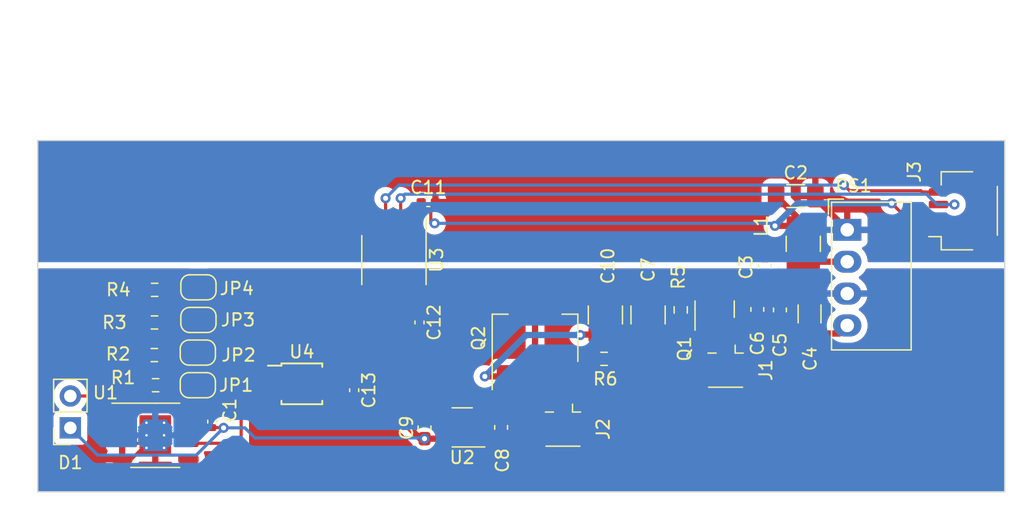
<source format=kicad_pcb>
(kicad_pcb (version 20221018) (generator pcbnew)
  (layers (0 "F.Cu" signal) (31 "B.Cu" signal) (34 "B.Paste" user) (35 "F.Paste" user) (36 "B.SilkS" user "B.Silkscreen") (37 "F.SilkS" user "F.Silkscreen") (38 "B.Mask" user) (39 "F.Mask" user) (44 "Edge.Cuts" user))
  (net 0 "")
  (net 1 "+3.3V")
  (net 2 "GND")
  (net 3 "/uart_power/power_in")
  (net 4 "Net-(D1-A)")
  (net 5 "/uart_power/gnd_in")
  (net 6 "Net-(JP1-B)")
  (net 7 "Net-(PS1-+Vout)")
  (net 8 "Net-(JP1-A)")
  (net 9 "Net-(JP2-A)")
  (net 10 "Net-(JP3-A)")
  (net 11 "Net-(JP4-A)")
  (net 12 "Net-(Q1-B)")
  (net 13 "Net-(J2-In)")
  (net 14 "Net-(Q2-B)")
  (net 15 "Net-(J1-In)")
  (net 16 "Net-(PS1-+Vin)")
  (net 21 "Net-(J3-SDA)")
  (net 22 "Net-(J3-SCL)")
  (net 23 "Net-(U3-SCL2)")
  (net 24 "Net-(U3-SDA2)")
  (footprint "Capacitor_SMD:C_0402_1005Metric" (layer "F.Cu") (at 141.4 62.5 -90)
    (fp_text reference "C12" (at 0 -1.16 90) (layer "F.SilkS"))
    (fp_text value "100nF_0402")
    (fp_line (start -0.107836 -0.36) (end 0.107836 -0.36) (stroke (width 0.12)) (layer "F.SilkS"))
    (fp_line (start -0.107836 0.36) (end 0.107836 0.36) (stroke (width 0.12)) (layer "F.SilkS"))
    (pad "1" smd roundrect (at -0.48 0 270) (size 0.56 0.62) (layers "F.Cu" "F.Paste" "F.Mask") (net 1 "+3.3V"))
    (pad "2" smd roundrect (at 0.48 0 270) (size 0.56 0.62) (layers "F.Cu" "F.Paste" "F.Mask") (net 2 "GND"))
  )
  (footprint "Connector_PinSocket_2.54mm:PinSocket_1x02_P2.54mm_Vertical" (layer "F.Cu") (at 113.6 70.9 180)
    (fp_text reference "D1" (at 0 -2.77) (layer "F.SilkS"))
    (fp_text value "D_Photo_Filled")
    (fp_line (start -1.33 1.27) (end -1.33 3.87) (stroke (width 0.12)) (layer "F.SilkS"))
    (fp_line (start -1.33 1.27) (end 1.33 1.27) (stroke (width 0.12)) (layer "F.SilkS"))
    (fp_line (start -1.33 3.87) (end 1.33 3.87) (stroke (width 0.12)) (layer "F.SilkS"))
    (fp_line (start 0 -1.33) (end 1.33 -1.33) (stroke (width 0.12)) (layer "F.SilkS"))
    (fp_line (start 1.33 -1.33) (end 1.33 0) (stroke (width 0.12)) (layer "F.SilkS"))
    (fp_line (start 1.33 1.27) (end 1.33 3.87) (stroke (width 0.12)) (layer "F.SilkS"))
    (pad "1" thru_hole rect (at 0 0 180) (size 1.7 1.7) (drill 1) (layers "*.Cu" "*.Mask") (net 1 "+3.3V"))
    (pad "2" thru_hole oval (at 0 2.54 180) (size 1.7 1.7) (drill 1) (layers "*.Cu" "*.Mask") (net 4 "Net-(D1-A)"))
  )
  (footprint "Package_TO_SOT_SMD:SOT-23" (layer "F.Cu") (at 164.9 61.4375 90)
    (fp_text reference "Q1" (at -3.1625 -2.4 90) (layer "F.SilkS"))
    (fp_text value "BC847C")
    (fp_line (start 0 -1.56) (end -1.675 -1.56) (stroke (width 0.12)) (layer "F.SilkS"))
    (fp_line (start 0 -1.56) (end 0.65 -1.56) (stroke (width 0.12)) (layer "F.SilkS"))
    (fp_line (start 0 1.56) (end -0.65 1.56) (stroke (width 0.12)) (layer "F.SilkS"))
    (fp_line (start 0 1.56) (end 0.65 1.56) (stroke (width 0.12)) (layer "F.SilkS"))
    (pad "1" smd roundrect (at -0.9375 -0.95 90) (size 1.475 0.6) (layers "F.Cu" "F.Paste" "F.Mask") (net 12 "Net-(Q1-B)"))
    (pad "2" smd roundrect (at -0.9375 0.95 90) (size 1.475 0.6) (layers "F.Cu" "F.Paste" "F.Mask") (net 15 "Net-(J1-In)"))
    (pad "3" smd roundrect (at 0.9375 0 90) (size 1.475 0.6) (layers "F.Cu" "F.Paste" "F.Mask") (net 7 "Net-(PS1-+Vout)"))
  )
  (footprint "Resistor_SMD:R_0603_1608Metric_Pad0.98x0.95mm_HandSolder" (layer "F.Cu") (at 162.2 61.5 -90)
    (fp_text reference "R5" (at -2.6 0.2 90) (layer "F.SilkS"))
    (fp_text value "1K")
    (fp_line (start -0.254724 -0.5225) (end 0.254724 -0.5225) (stroke (width 0.12)) (layer "F.SilkS"))
    (fp_line (start -0.254724 0.5225) (end 0.254724 0.5225) (stroke (width 0.12)) (layer "F.SilkS"))
    (pad "1" smd roundrect (at -0.9125 0 270) (size 0.975 0.95) (layers "F.Cu" "F.Paste" "F.Mask") (net 7 "Net-(PS1-+Vout)"))
    (pad "2" smd roundrect (at 0.9125 0 270) (size 0.975 0.95) (layers "F.Cu" "F.Paste" "F.Mask") (net 12 "Net-(Q1-B)"))
  )
  (footprint "Resistor_SMD:R_0603_1608Metric_Pad0.98x0.95mm_HandSolder" (layer "F.Cu") (at 120.2875 65.1)
    (fp_text reference "R2" (at -2.8875 -0.08) (layer "F.SilkS"))
    (fp_text value "100K")
    (fp_line (start -0.254724 -0.5225) (end 0.254724 -0.5225) (stroke (width 0.12)) (layer "F.SilkS"))
    (fp_line (start -0.254724 0.5225) (end 0.254724 0.5225) (stroke (width 0.12)) (layer "F.SilkS"))
    (pad "1" smd roundrect (at -0.9125 0) (size 0.975 0.95) (layers "F.Cu" "F.Paste" "F.Mask") (net 4 "Net-(D1-A)"))
    (pad "2" smd roundrect (at 0.9125 0) (size 0.975 0.95) (layers "F.Cu" "F.Paste" "F.Mask") (net 9 "Net-(JP2-A)"))
  )
  (footprint "Connector_Coaxial:U.FL_Hirose_U.FL-R-SMT-1_Vertical" (layer "F.Cu") (at 152.825 70.525 -90)
    (fp_text reference "J2" (at 0.475 -3.2 90) (layer "F.SilkS"))
    (fp_text value "Conn_Coaxial")
    (fp_line (start -0.885 -1.4) (end -0.885 -0.76) (stroke (width 0.12)) (layer "F.SilkS"))
    (fp_line (start -0.885 -0.76) (end -1.515 -0.76) (stroke (width 0.12)) (layer "F.SilkS"))
    (fp_line (start -0.885 1.4) (end -0.885 0.76) (stroke (width 0.12)) (layer "F.SilkS"))
    (fp_line (start 1.835 -1.35) (end 1.835 1.35) (stroke (width 0.12)) (layer "F.SilkS"))
    (pad "1" smd rect (at -1.05 0 270) (size 1.05 1) (layers "F.Cu" "F.Paste" "F.Mask") (net 13 "Net-(J2-In)"))
    (pad "2" smd rect (at 0.475 -1.475 270) (size 2.2 1.05) (layers "F.Cu" "F.Paste" "F.Mask") (net 2 "GND"))
    (pad "2" smd rect (at 0.475 1.475 270) (size 2.2 1.05) (layers "F.Cu" "F.Paste" "F.Mask") (net 2 "GND"))
  )
  (footprint "Jumper:SolderJumper-2_P1.3mm_Open_RoundedPad1.0x1.5mm" (layer "F.Cu") (at 123.8 62.3)
    (fp_text reference "JP3" (at 3.15 0) (layer "F.SilkS"))
    (fp_text value "Jumper_2_Open")
    (fp_line (start -1.4 0.3) (end -1.4 -0.3) (stroke (width 0.12)) (layer "F.SilkS"))
    (fp_line (start -0.7 -1) (end 0.7 -1) (stroke (width 0.12)) (layer "F.SilkS"))
    (fp_line (start 0.7 1) (end -0.7 1) (stroke (width 0.12)) (layer "F.SilkS"))
    (fp_line (start 1.4 -0.3) (end 1.4 0.3) (stroke (width 0.12)) (layer "F.SilkS"))
    (fp_arc (start -1.4 -0.3) (mid -1.194975 -0.794975) (end -0.7 -1) (stroke (width 0.12)) (layer "F.SilkS"))
    (fp_arc (start -0.7 1) (mid -1.194975 0.794975) (end -1.4 0.3) (stroke (width 0.12)) (layer "F.SilkS"))
    (fp_arc (start 0.7 -1) (mid 1.194975 -0.794975) (end 1.4 -0.3) (stroke (width 0.12)) (layer "F.SilkS"))
    (fp_arc (start 1.4 0.3) (mid 1.194975 0.794975) (end 0.7 1) (stroke (width 0.12)) (layer "F.SilkS"))
    (pad "1" smd custom (at -0.65 0) (size 1 0.5) (layers "F.Cu" "F.Mask") (net 10 "Net-(JP3-A)") (options (clearance outline) (anchor rect)) (primitives (gr_circle (center 0 0.25) (end 0.5 0.25) (width 0) (fill yes)) (gr_circle (center 0 -0.25) (end 0.5 -0.25) (width 0) (fill yes)) (gr_poly (pts (xy 0.5 0.75) (xy 0 0.75) (xy 0 -0.75) (xy 0.5 -0.75)) (width 0) (fill yes))))
    (pad "2" smd custom (at 0.65 0) (size 1 0.5) (layers "F.Cu" "F.Mask") (net 6 "Net-(JP1-B)") (options (clearance outline) (anchor rect)) (primitives (gr_circle (center 0 0.25) (end 0.5 0.25) (width 0) (fill yes)) (gr_circle (center 0 -0.25) (end 0.5 -0.25) (width 0) (fill yes)) (gr_poly (pts (xy 0 0.75) (xy -0.5 0.75) (xy -0.5 -0.75) (xy 0 -0.75)) (width 0) (fill yes))))
  )
  (footprint "Inductor_SMD:L_1210_3225Metric_Pad1.42x2.65mm_HandSolder" (layer "F.Cu") (at 171.9575 56.23 90)
    (fp_text reference "L1" (at 1.43 -3.3575 90) (layer "F.SilkS"))
    (fp_text value "6.8uH")
    (fp_line (start -0.602064 -1.36) (end 0.602064 -1.36) (stroke (width 0.12)) (layer "F.SilkS"))
    (fp_line (start -0.602064 1.36) (end 0.602064 1.36) (stroke (width 0.12)) (layer "F.SilkS"))
    (pad "1" smd roundrect (at -1.4875 0 90) (size 1.425 2.65) (layers "F.Cu" "F.Paste" "F.Mask") (roundrect_rratio 0.1754392982) (net 16 "Net-(PS1-+Vin)"))
    (pad "2" smd roundrect (at 1.4875 0 90) (size 1.425 2.65) (layers "F.Cu" "F.Paste" "F.Mask") (roundrect_rratio 0.1754392982) (net 3 "/uart_power/power_in"))
  )
  (footprint "Package_TO_SOT_SMD:SOT-223-3_TabPin2" (layer "F.Cu") (at 150.6 63.75 90)
    (fp_text reference "Q2" (at 0 -4.5 90) (layer "F.SilkS"))
    (fp_text value "FZT851TA")
    (fp_line (start -4.1 -3.41) (end 1.91 -3.41) (stroke (width 0.12)) (layer "F.SilkS"))
    (fp_line (start -1.85 3.41) (end 1.91 3.41) (stroke (width 0.12)) (layer "F.SilkS"))
    (fp_line (start 1.91 -3.41) (end 1.91 -2.15) (stroke (width 0.12)) (layer "F.SilkS"))
    (fp_line (start 1.91 3.41) (end 1.91 2.15) (stroke (width 0.12)) (layer "F.SilkS"))
    (pad "1" smd rect (at -3.15 -2.3 90) (size 2 1.5) (layers "F.Cu" "F.Paste" "F.Mask") (net 14 "Net-(Q2-B)"))
    (pad "2" smd rect (at -3.15 0 90) (size 2 1.5) (layers "F.Cu" "F.Paste" "F.Mask") (net 15 "Net-(J1-In)"))
    (pad "2" smd rect (at 3.15 0 90) (size 2 3.8) (layers "F.Cu" "F.Paste" "F.Mask") (net 15 "Net-(J1-In)"))
    (pad "3" smd rect (at -3.15 2.3 90) (size 2 1.5) (layers "F.Cu" "F.Paste" "F.Mask") (net 13 "Net-(J2-In)"))
  )
  (footprint "Capacitor_SMD:C_1210_3225Metric_Pad1.33x2.70mm_HandSolder" (layer "F.Cu") (at 159.6 61.9 90)
    (fp_text reference "C7" (at 3.6 0 90) (layer "F.SilkS"))
    (fp_text value "47uF")
    (fp_line (start -0.711252 -1.36) (end 0.711252 -1.36) (stroke (width 0.12)) (layer "F.SilkS"))
    (fp_line (start -0.711252 1.36) (end 0.711252 1.36) (stroke (width 0.12)) (layer "F.SilkS"))
    (pad "1" smd roundrect (at -1.5625 0 90) (size 1.325 2.7) (layers "F.Cu" "F.Paste" "F.Mask") (roundrect_rratio 0.1886792453) (net 12 "Net-(Q1-B)"))
    (pad "2" smd roundrect (at 1.5625 0 90) (size 1.325 2.7) (layers "F.Cu" "F.Paste" "F.Mask") (roundrect_rratio 0.1886792453) (net 2 "GND"))
  )
  (footprint "Jumper:SolderJumper-2_P1.3mm_Open_RoundedPad1.0x1.5mm" (layer "F.Cu") (at 123.75 64.9)
    (fp_text reference "JP2" (at 3.25 0.2) (layer "F.SilkS"))
    (fp_text value "Jumper_2_Open")
    (fp_line (start -1.4 0.3) (end -1.4 -0.3) (stroke (width 0.12)) (layer "F.SilkS"))
    (fp_line (start -0.7 -1) (end 0.7 -1) (stroke (width 0.12)) (layer "F.SilkS"))
    (fp_line (start 0.7 1) (end -0.7 1) (stroke (width 0.12)) (layer "F.SilkS"))
    (fp_line (start 1.4 -0.3) (end 1.4 0.3) (stroke (width 0.12)) (layer "F.SilkS"))
    (fp_arc (start -1.4 -0.3) (mid -1.194975 -0.794975) (end -0.7 -1) (stroke (width 0.12)) (layer "F.SilkS"))
    (fp_arc (start -0.7 1) (mid -1.194975 0.794975) (end -1.4 0.3) (stroke (width 0.12)) (layer "F.SilkS"))
    (fp_arc (start 0.7 -1) (mid 1.194975 -0.794975) (end 1.4 -0.3) (stroke (width 0.12)) (layer "F.SilkS"))
    (fp_arc (start 1.4 0.3) (mid 1.194975 0.794975) (end 0.7 1) (stroke (width 0.12)) (layer "F.SilkS"))
    (pad "1" smd custom (at -0.65 0) (size 1 0.5) (layers "F.Cu" "F.Mask") (net 9 "Net-(JP2-A)") (options (clearance outline) (anchor rect)) (primitives (gr_circle (center 0 0.25) (end 0.5 0.25) (width 0) (fill yes)) (gr_circle (center 0 -0.25) (end 0.5 -0.25) (width 0) (fill yes)) (gr_poly (pts (xy 0.5 0.75) (xy 0 0.75) (xy 0 -0.75) (xy 0.5 -0.75)) (width 0) (fill yes))))
    (pad "2" smd custom (at 0.65 0) (size 1 0.5) (layers "F.Cu" "F.Mask") (net 6 "Net-(JP1-B)") (options (clearance outline) (anchor rect)) (primitives (gr_circle (center 0 0.25) (end 0.5 0.25) (width 0) (fill yes)) (gr_circle (center 0 -0.25) (end 0.5 -0.25) (width 0) (fill yes)) (gr_poly (pts (xy 0 0.75) (xy -0.5 0.75) (xy -0.5 -0.75) (xy 0 -0.75)) (width 0) (fill yes))))
  )
  (footprint "Jumper:SolderJumper-2_P1.3mm_Open_RoundedPad1.0x1.5mm" (layer "F.Cu") (at 123.75 67.5)
    (fp_text reference "JP1" (at 3.05 0) (layer "F.SilkS"))
    (fp_text value "Jumper_2_Open")
    (fp_line (start -1.4 0.3) (end -1.4 -0.3) (stroke (width 0.12)) (layer "F.SilkS"))
    (fp_line (start -0.7 -1) (end 0.7 -1) (stroke (width 0.12)) (layer "F.SilkS"))
    (fp_line (start 0.7 1) (end -0.7 1) (stroke (width 0.12)) (layer "F.SilkS"))
    (fp_line (start 1.4 -0.3) (end 1.4 0.3) (stroke (width 0.12)) (layer "F.SilkS"))
    (fp_arc (start -1.4 -0.3) (mid -1.194975 -0.794975) (end -0.7 -1) (stroke (width 0.12)) (layer "F.SilkS"))
    (fp_arc (start -0.7 1) (mid -1.194975 0.794975) (end -1.4 0.3) (stroke (width 0.12)) (layer "F.SilkS"))
    (fp_arc (start 0.7 -1) (mid 1.194975 -0.794975) (end 1.4 -0.3) (stroke (width 0.12)) (layer "F.SilkS"))
    (fp_arc (start 1.4 0.3) (mid 1.194975 0.794975) (end 0.7 1) (stroke (width 0.12)) (layer "F.SilkS"))
    (pad "1" smd custom (at -0.65 0) (size 1 0.5) (layers "F.Cu" "F.Mask") (net 8 "Net-(JP1-A)") (options (clearance outline) (anchor rect)) (primitives (gr_circle (center 0 0.25) (end 0.5 0.25) (width 0) (fill yes)) (gr_circle (center 0 -0.25) (end 0.5 -0.25) (width 0) (fill yes)) (gr_poly (pts (xy 0.5 0.75) (xy 0 0.75) (xy 0 -0.75) (xy 0.5 -0.75)) (width 0) (fill yes))))
    (pad "2" smd custom (at 0.65 0) (size 1 0.5) (layers "F.Cu" "F.Mask") (net 6 "Net-(JP1-B)") (options (clearance outline) (anchor rect)) (primitives (gr_circle (center 0 0.25) (end 0.5 0.25) (width 0) (fill yes)) (gr_circle (center 0 -0.25) (end 0.5 -0.25) (width 0) (fill yes)) (gr_poly (pts (xy 0 0.75) (xy -0.5 0.75) (xy -0.5 -0.75) (xy 0 -0.75)) (width 0) (fill yes))))
  )
  (footprint "Capacitor_SMD:C_0402_1005Metric_Pad0.74x0.62mm_HandSolder" (layer "F.Cu") (at 142.1 52.9)
    (fp_text reference "C11" (at 0 -1.16) (layer "F.SilkS"))
    (fp_text value "100nF_0402")
    (fp_line (start -0.115835 -0.36) (end 0.115835 -0.36) (stroke (width 0.12)) (layer "F.SilkS"))
    (fp_line (start -0.115835 0.36) (end 0.115835 0.36) (stroke (width 0.12)) (layer "F.SilkS"))
    (pad "1" smd roundrect (at -0.5675 0) (size 0.735 0.62) (layers "F.Cu" "F.Paste" "F.Mask") (net 3 "/uart_power/power_in"))
    (pad "2" smd roundrect (at 0.5675 0) (size 0.735 0.62) (layers "F.Cu" "F.Paste" "F.Mask") (net 5 "/uart_power/gnd_in"))
  )
  (footprint "Connector_JST:JST_SH_SM04B-SRSS-TB_1x04-1MP_P1.00mm_Horizontal" (layer "F.Cu") (at 184.725 53.6 90)
    (fp_text reference "J3" (at 3.1 -3.925 90) (layer "F.SilkS"))
    (fp_text value "JST_SH_Conn_01x04_i2c_horizontal")
    (fp_line (start -3.11 -1.785) (end -2.06 -1.785) (stroke (width 0.12)) (layer "F.SilkS"))
    (fp_line (start -3.11 0.715) (end -3.11 -1.785) (stroke (width 0.12)) (layer "F.SilkS"))
    (fp_line (start -2.06 -1.785) (end -2.06 -2.775) (stroke (width 0.12)) (layer "F.SilkS"))
    (fp_line (start -1.94 2.685) (end 1.94 2.685) (stroke (width 0.12)) (layer "F.SilkS"))
    (fp_line (start 3.11 -1.785) (end 2.06 -1.785) (stroke (width 0.12)) (layer "F.SilkS"))
    (fp_line (start 3.11 0.715) (end 3.11 -1.785) (stroke (width 0.12)) (layer "F.SilkS"))
    (pad "1" smd roundrect (at -1.5 -2 90) (size 0.6 1.55) (layers "F.Cu" "F.Paste" "F.Mask") (net 5 "/uart_power/gnd_in"))
    (pad "2" smd roundrect (at -0.5 -2 90) (size 0.6 1.55) (layers "F.Cu" "F.Paste" "F.Mask") (net 3 "/uart_power/power_in"))
    (pad "3" smd roundrect (at 0.5 -2 90) (size 0.6 1.55) (layers "F.Cu" "F.Paste" "F.Mask") (net 21 "Net-(J3-SDA)"))
    (pad "4" smd roundrect (at 1.5 -2 90) (size 0.6 1.55) (layers "F.Cu" "F.Paste" "F.Mask") (net 22 "Net-(J3-SCL)"))
    (pad "MP" smd roundrect (at -2.8 1.875 90) (size 1.2 1.8) (layers "F.Cu" "F.Paste" "F.Mask") (roundrect_rratio 0.2083333333))
    (pad "MP" smd roundrect (at 2.8 1.875 90) (size 1.2 1.8) (layers "F.Cu" "F.Paste" "F.Mask") (roundrect_rratio 0.2083333333))
  )
  (footprint "Package_SO:SOIC-8-1EP_3.9x4.9mm_P1.27mm_EP2.514x3.2mm_ThermalVias" (layer "F.Cu") (at 120.3625 71.495)
    (fp_text reference "U1" (at -3.9625 -3.395) (layer "F.SilkS"))
    (fp_text value "OPA828IDR")
    (fp_line (start 0 -2.56) (end -3.45 -2.56) (stroke (width 0.12)) (layer "F.SilkS"))
    (fp_line (start 0 -2.56) (end 1.95 -2.56) (stroke (width 0.12)) (layer "F.SilkS"))
    (fp_line (start 0 2.56) (end -1.95 2.56) (stroke (width 0.12)) (layer "F.SilkS"))
    (fp_line (start 0 2.56) (end 1.95 2.56) (stroke (width 0.12)) (layer "F.SilkS"))
    (pad "1" smd roundrect (at -2.6375 -1.905) (size 1.625 0.6) (layers "F.Cu" "F.Paste" "F.Mask"))
    (pad "2" smd roundrect (at -2.6375 -0.635) (size 1.625 0.6) (layers "F.Cu" "F.Paste" "F.Mask") (net 4 "Net-(D1-A)"))
    (pad "3" smd roundrect (at -2.6375 0.635) (size 1.625 0.6) (layers "F.Cu" "F.Paste" "F.Mask") (net 2 "GND"))
    (pad "4" smd roundrect (at -2.6375 1.905) (size 1.625 0.6) (layers "F.Cu" "F.Paste" "F.Mask") (net 2 "GND"))
    (pad "5" smd roundrect (at 2.6375 1.905) (size 1.625 0.6) (layers "F.Cu" "F.Paste" "F.Mask"))
    (pad "6" smd roundrect (at 2.6375 0.635) (size 1.625 0.6) (layers "F.Cu" "F.Paste" "F.Mask") (net 6 "Net-(JP1-B)"))
    (pad "7" smd roundrect (at 2.6375 -0.635) (size 1.625 0.6) (layers "F.Cu" "F.Paste" "F.Mask") (net 1 "+3.3V"))
    (pad "8" smd roundrect (at 2.6375 -1.905) (size 1.625 0.6) (layers "F.Cu" "F.Paste" "F.Mask"))
    (pad "9" thru_hole circle (at -0.7 -1) (size 0.5 0.5) (drill 0.2) (layers "*.Cu") (net 2 "GND"))
    (pad "9" thru_hole circle (at -0.7 0) (size 0.5 0.5) (drill 0.2) (layers "*.Cu") (net 2 "GND"))
    (pad "9" thru_hole circle (at -0.7 1) (size 0.5 0.5) (drill 0.2) (layers "*.Cu") (net 2 "GND"))
    (pad "9" smd rect (at 0 0) (size 1.9 2.5) (layers "B.Cu") (net 2 "GND"))
    (pad "9" smd rect (at 0 0) (size 2.514 3.2) (layers "F.Cu" "F.Mask") (net 2 "GND"))
    (pad "9" thru_hole circle (at 0.7 -1) (size 0.5 0.5) (drill 0.2) (layers "*.Cu") (net 2 "GND"))
    (pad "9" thru_hole circle (at 0.7 0) (size 0.5 0.5) (drill 0.2) (layers "*.Cu") (net 2 "GND"))
    (pad "9" thru_hole circle (at 0.7 1) (size 0.5 0.5) (drill 0.2) (layers "*.Cu") (net 2 "GND"))
  )
  (footprint "Capacitor_SMD:C_0603_1608Metric_Pad1.08x0.95mm_HandSolder" (layer "F.Cu") (at 170.1 61.5 -90)
    (fp_text reference "C5" (at 2.8 0 90) (layer "F.SilkS"))
    (fp_text value "100nF")
    (fp_line (start -0.146267 -0.51) (end 0.146267 -0.51) (stroke (width 0.12)) (layer "F.SilkS"))
    (fp_line (start -0.146267 0.51) (end 0.146267 0.51) (stroke (width 0.12)) (layer "F.SilkS"))
    (pad "1" smd roundrect (at -0.8625 0 270) (size 1.075 0.95) (layers "F.Cu" "F.Paste" "F.Mask") (net 2 "GND"))
    (pad "2" smd roundrect (at 0.8625 0 270) (size 1.075 0.95) (layers "F.Cu" "F.Paste" "F.Mask") (net 7 "Net-(PS1-+Vout)"))
  )
  (footprint "Converter_DCDC:Converter_DCDC_Murata_MEE1SxxxxSC_THT" (layer "F.Cu") (at 175.4575 55.1175)
    (fp_text reference "PS1" (at 0.5 -3.5) (layer "F.SilkS"))
    (fp_text value "B0305S")
    (fp_line (start -1.5 -2.45) (end -1.5 -1.25) (stroke (width 0.12)) (layer "F.SilkS"))
    (fp_line (start -1.25 -2.2) (end -1.25 9.57) (stroke (width 0.12)) (layer "F.SilkS"))
    (fp_line (start -0.3 -2.45) (end -1.5 -2.45) (stroke (width 0.12)) (layer "F.SilkS"))
    (fp_line (start 5.09 -2.2) (end -1.25 -2.2) (stroke (width 0.12)) (layer "F.SilkS"))
    (fp_line (start 5.09 -2.2) (end 5.09 9.57) (stroke (width 0.12)) (layer "F.SilkS"))
    (fp_line (start 5.09 9.57) (end -1.25 9.57) (stroke (width 0.12)) (layer "F.SilkS"))
    (pad "1" thru_hole rect (at 0 0 270) (size 1.75 2.25) (drill 1.075) (layers "*.Cu" "*.Mask") (net 5 "/uart_power/gnd_in"))
    (pad "2" thru_hole oval (at 0 2.54 270) (size 1.75 2.25) (drill 1.075) (layers "*.Cu" "*.Mask") (net 16 "Net-(PS1-+Vin)"))
    (pad "3" thru_hole oval (at 0 5.08 270) (size 1.75 2.25) (drill 1.075) (layers "*.Cu" "*.Mask") (net 2 "GND"))
    (pad "4" thru_hole oval (at 0 7.62 270) (size 1.75 2.25) (drill 1.075) (layers "*.Cu" "*.Mask") (net 7 "Net-(PS1-+Vout)"))
  )
  (footprint "Capacitor_SMD:C_0603_1608Metric_Pad1.08x0.95mm_HandSolder" (layer "F.Cu") (at 141.8 70.9 90)
    (fp_text reference "C9" (at 0 -1.43 90) (layer "F.SilkS"))
    (fp_text value "1uF")
    (fp_line (start -0.146267 -0.51) (end 0.146267 -0.51) (stroke (width 0.12)) (layer "F.SilkS"))
    (fp_line (start -0.146267 0.51) (end 0.146267 0.51) (stroke (width 0.12)) (layer "F.SilkS"))
    (pad "1" smd roundrect (at -0.8625 0 90) (size 1.075 0.95) (layers "F.Cu" "F.Paste" "F.Mask") (net 1 "+3.3V"))
    (pad "2" smd roundrect (at 0.8625 0 90) (size 1.075 0.95) (layers "F.Cu" "F.Paste" "F.Mask") (net 2 "GND"))
  )
  (footprint "Capacitor_SMD:C_0603_1608Metric_Pad1.08x0.95mm_HandSolder" (layer "F.Cu") (at 147.9 70.8625 90)
    (fp_text reference "C8" (at -2.6375 0.1 90) (layer "F.SilkS"))
    (fp_text value "1uF")
    (fp_line (start -0.146267 -0.51) (end 0.146267 -0.51) (stroke (width 0.12)) (layer "F.SilkS"))
    (fp_line (start -0.146267 0.51) (end 0.146267 0.51) (stroke (width 0.12)) (layer "F.SilkS"))
    (pad "1" smd roundrect (at -0.8625 0 90) (size 1.075 0.95) (layers "F.Cu" "F.Paste" "F.Mask") (net 13 "Net-(J2-In)"))
    (pad "2" smd roundrect (at 0.8625 0 90) (size 1.075 0.95) (layers "F.Cu" "F.Paste" "F.Mask") (net 2 "GND"))
  )
  (footprint "Capacitor_SMD:C_0402_1005Metric" (layer "F.Cu") (at 124.9 70.4 90)
    (fp_text reference "C1" (at 0.9 1.4 90) (layer "F.SilkS"))
    (fp_text value "100nF_0402")
    (fp_line (start -0.107836 -0.36) (end 0.107836 -0.36) (stroke (width 0.12)) (layer "F.SilkS"))
    (fp_line (start -0.107836 0.36) (end 0.107836 0.36) (stroke (width 0.12)) (layer "F.SilkS"))
    (pad "1" smd roundrect (at -0.48 0 90) (size 0.56 0.62) (layers "F.Cu" "F.Paste" "F.Mask") (net 1 "+3.3V"))
    (pad "2" smd roundrect (at 0.48 0 90) (size 0.56 0.62) (layers "F.Cu" "F.Paste" "F.Mask") (net 2 "GND"))
  )
  (footprint "Resistor_SMD:R_0603_1608Metric_Pad0.98x0.95mm_HandSolder" (layer "F.Cu") (at 120.3 62.5)
    (fp_text reference "R3" (at -3.1875 0.01) (layer "F.SilkS"))
    (fp_text value "10K")
    (fp_line (start -0.254724 -0.5225) (end 0.254724 -0.5225) (stroke (width 0.12)) (layer "F.SilkS"))
    (fp_line (start -0.254724 0.5225) (end 0.254724 0.5225) (stroke (width 0.12)) (layer "F.SilkS"))
    (pad "1" smd roundrect (at -0.9125 0) (size 0.975 0.95) (layers "F.Cu" "F.Paste" "F.Mask") (net 4 "Net-(D1-A)"))
    (pad "2" smd roundrect (at 0.9125 0) (size 0.975 0.95) (layers "F.Cu" "F.Paste" "F.Mask") (net 10 "Net-(JP3-A)"))
  )
  (footprint "Capacitor_SMD:C_0402_1005Metric" (layer "F.Cu") (at 136.2 67.9 -90)
    (fp_text reference "C13" (at 0 -1.16 90) (layer "F.SilkS"))
    (fp_text value "100nF_0402")
    (fp_line (start -0.107836 -0.36) (end 0.107836 -0.36) (stroke (width 0.12)) (layer "F.SilkS"))
    (fp_line (start -0.107836 0.36) (end 0.107836 0.36) (stroke (width 0.12)) (layer "F.SilkS"))
    (pad "1" smd roundrect (at -0.48 0 270) (size 0.56 0.62) (layers "F.Cu" "F.Paste" "F.Mask") (net 1 "+3.3V"))
    (pad "2" smd roundrect (at 0.48 0 270) (size 0.56 0.62) (layers "F.Cu" "F.Paste" "F.Mask") (net 2 "GND"))
  )
  (footprint "Package_TO_SOT_SMD:SOT-23-5" (layer "F.Cu") (at 144.8 70.8625 180)
    (fp_text reference "U2" (at 0 -2.4) (layer "F.SilkS"))
    (fp_text value "LP5907MFX-3.3")
    (fp_line (start 0 -1.56) (end -1.8 -1.56) (stroke (width 0.12)) (layer "F.SilkS"))
    (fp_line (start 0 -1.56) (end 0.8 -1.56) (stroke (width 0.12)) (layer "F.SilkS"))
    (fp_line (start 0 1.56) (end -0.8 1.56) (stroke (width 0.12)) (layer "F.SilkS"))
    (fp_line (start 0 1.56) (end 0.8 1.56) (stroke (width 0.12)) (layer "F.SilkS"))
    (pad "1" smd roundrect (at -1.1375 -0.95 180) (size 1.325 0.6) (layers "F.Cu" "F.Paste" "F.Mask") (net 13 "Net-(J2-In)"))
    (pad "2" smd roundrect (at -1.1375 0 180) (size 1.325 0.6) (layers "F.Cu" "F.Paste" "F.Mask") (net 2 "GND"))
    (pad "3" smd roundrect (at -1.1375 0.95 180) (size 1.325 0.6) (layers "F.Cu" "F.Paste" "F.Mask") (net 13 "Net-(J2-In)"))
    (pad "4" smd roundrect (at 1.1375 0.95 180) (size 1.325 0.6) (layers "F.Cu" "F.Paste" "F.Mask"))
    (pad "5" smd roundrect (at 1.1375 -0.95 180) (size 1.325 0.6) (layers "F.Cu" "F.Paste" "F.Mask") (net 1 "+3.3V"))
  )
  (footprint "Connector_Coaxial:U.FL_Hirose_U.FL-R-SMT-1_Vertical" (layer "F.Cu") (at 165.775 65.825 -90)
    (fp_text reference "J1" (at 0.475 -3.2 90) (layer "F.SilkS"))
    (fp_text value "Conn_Coaxial")
    (fp_line (start -0.885 -1.4) (end -0.885 -0.76) (stroke (width 0.12)) (layer "F.SilkS"))
    (fp_line (start -0.885 -0.76) (end -1.515 -0.76) (stroke (width 0.12)) (layer "F.SilkS"))
    (fp_line (start -0.885 1.4) (end -0.885 0.76) (stroke (width 0.12)) (layer "F.SilkS"))
    (fp_line (start 1.835 -1.35) (end 1.835 1.35) (stroke (width 0.12)) (layer "F.SilkS"))
    (pad "1" smd rect (at -1.05 0 270) (size 1.05 1) (layers "F.Cu" "F.Paste" "F.Mask") (net 15 "Net-(J1-In)"))
    (pad "2" smd rect (at 0.475 -1.475 270) (size 2.2 1.05) (layers "F.Cu" "F.Paste" "F.Mask") (net 2 "GND"))
    (pad "2" smd rect (at 0.475 1.475 270) (size 2.2 1.05) (layers "F.Cu" "F.Paste" "F.Mask") (net 2 "GND"))
  )
  (footprint "Capacitor_SMD:C_0603_1608Metric_Pad1.08x0.95mm_HandSolder" (layer "F.Cu") (at 168.3 61.4625 -90)
    (fp_text reference "C6" (at 2.7 0 90) (layer "F.SilkS"))
    (fp_text value "10nF")
    (fp_line (start -0.146267 -0.51) (end 0.146267 -0.51) (stroke (width 0.12)) (layer "F.SilkS"))
    (fp_line (start -0.146267 0.51) (end 0.146267 0.51) (stroke (width 0.12)) (layer "F.SilkS"))
    (pad "1" smd roundrect (at -0.8625 0 270) (size 1.075 0.95) (layers "F.Cu" "F.Paste" "F.Mask") (net 2 "GND"))
    (pad "2" smd roundrect (at 0.8625 0 270) (size 1.075 0.95) (layers "F.Cu" "F.Paste" "F.Mask") (net 7 "Net-(PS1-+Vout)"))
  )
  (footprint "Capacitor_SMD:C_1206_3216Metric_Pad1.33x1.80mm_HandSolder" (layer "F.Cu") (at 171.3575 52.43)
    (fp_text reference "C2" (at 0 -1.85) (layer "F.SilkS"))
    (fp_text value "4.7uF_1206_50V")
    (fp_line (start -0.711252 -0.91) (end 0.711252 -0.91) (stroke (width 0.12)) (layer "F.SilkS"))
    (fp_line (start -0.711252 0.91) (end 0.711252 0.91) (stroke (width 0.12)) (layer "F.SilkS"))
    (pad "1" smd roundrect (at -1.5625 0) (size 1.325 1.8) (layers "F.Cu" "F.Paste" "F.Mask") (roundrect_rratio 0.1886792453) (net 3 "/uart_power/power_in"))
    (pad "2" smd roundrect (at 1.5625 0) (size 1.325 1.8) (layers "F.Cu" "F.Paste" "F.Mask") (roundrect_rratio 0.1886792453) (net 5 "/uart_power/gnd_in"))
  )
  (footprint "Resistor_SMD:R_0603_1608Metric_Pad0.98x0.95mm_HandSolder" (layer "F.Cu") (at 120.3875 67.5)
    (fp_text reference "R1" (at -2.5875 -0.6) (layer "F.SilkS"))
    (fp_text value "100K")
    (fp_line (start -0.254724 -0.5225) (end 0.254724 -0.5225) (stroke (width 0.12)) (layer "F.SilkS"))
    (fp_line (start -0.254724 0.5225) (end 0.254724 0.5225) (stroke (width 0.12)) (layer "F.SilkS"))
    (pad "1" smd roundrect (at -0.9125 0) (size 0.975 0.95) (layers "F.Cu" "F.Paste" "F.Mask") (net 4 "Net-(D1-A)"))
    (pad "2" smd roundrect (at 0.9125 0) (size 0.975 0.95) (layers "F.Cu" "F.Paste" "F.Mask") (net 8 "Net-(JP1-A)"))
  )
  (footprint "Resistor_SMD:R_0603_1608Metric_Pad0.98x0.95mm_HandSolder" (layer "F.Cu") (at 120.3125 59.9)
    (fp_text reference "R4" (at -2.8875 0) (layer "F.SilkS"))
    (fp_text value "10K")
    (fp_line (start -0.254724 -0.5225) (end 0.254724 -0.5225) (stroke (width 0.12)) (layer "F.SilkS"))
    (fp_line (start -0.254724 0.5225) (end 0.254724 0.5225) (stroke (width 0.12)) (layer "F.SilkS"))
    (pad "1" smd roundrect (at -0.9125 0) (size 0.975 0.95) (layers "F.Cu" "F.Paste" "F.Mask") (net 4 "Net-(D1-A)"))
    (pad "2" smd roundrect (at 0.9125 0) (size 0.975 0.95) (layers "F.Cu" "F.Paste" "F.Mask") (net 11 "Net-(JP4-A)"))
  )
  (footprint "Package_SO:SOIC-8_3.9x4.9mm_P1.27mm" (layer "F.Cu") (at 139.365 57.525 -90)
    (fp_text reference "U3" (at 0 -3.4 90) (layer "F.SilkS"))
    (fp_text value "ISO1541")
    (fp_line (start 0 -2.56) (end -3.45 -2.56) (stroke (width 0.12)) (layer "F.SilkS"))
    (fp_line (start 0 -2.56) (end 1.95 -2.56) (stroke (width 0.12)) (layer "F.SilkS"))
    (fp_line (start 0 2.56) (end -1.95 2.56) (stroke (width 0.12)) (layer "F.SilkS"))
    (fp_line (start 0 2.56) (end 1.95 2.56) (stroke (width 0.12)) (layer "F.SilkS"))
    (pad "1" smd roundrect (at -2.475 -1.905 270) (size 1.95 0.6) (layers "F.Cu" "F.Paste" "F.Mask") (net 3 "/uart_power/power_in"))
    (pad "2" smd roundrect (at -2.475 -0.635 270) (size 1.95 0.6) (layers "F.Cu" "F.Paste" "F.Mask") (net 21 "Net-(J3-SDA)"))
    (pad "3" smd roundrect (at -2.475 0.635 270) (size 1.95 0.6) (layers "F.Cu" "F.Paste" "F.Mask") (net 22 "Net-(J3-SCL)"))
    (pad "4" smd roundrect (at -2.475 1.905 270) (size 1.95 0.6) (layers "F.Cu" "F.Paste" "F.Mask") (net 5 "/uart_power/gnd_in"))
    (pad "5" smd roundrect (at 2.475 1.905 270) (size 1.95 0.6) (layers "F.Cu" "F.Paste" "F.Mask") (net 2 "GND"))
    (pad "6" smd roundrect (at 2.475 0.635 270) (size 1.95 0.6) (layers "F.Cu" "F.Paste" "F.Mask") (net 23 "Net-(U3-SCL2)"))
    (pad "7" smd roundrect (at 2.475 -0.635 270) (size 1.95 0.6) (layers "F.Cu" "F.Paste" "F.Mask") (net 24 "Net-(U3-SDA2)"))
    (pad "8" smd roundrect (at 2.475 -1.905 270) (size 1.95 0.6) (layers "F.Cu" "F.Paste" "F.Mask") (net 1 "+3.3V"))
  )
  (footprint "Capacitor_SMD:C_1206_3216Metric_Pad1.33x1.80mm_HandSolder" (layer "F.Cu") (at 172.4575 61.8175 90)
    (fp_text reference "C4" (at -3.5825 0.0425 90) (layer "F.SilkS"))
    (fp_text value "10uF_1206_50V")
    (fp_line (start -0.711252 -0.91) (end 0.711252 -0.91) (stroke (width 0.12)) (layer "F.SilkS"))
    (fp_line (start -0.711252 0.91) (end 0.711252 0.91) (stroke (width 0.12)) (layer "F.SilkS"))
    (pad "1" smd roundrect (at -1.5625 0 90) (size 1.325 1.8) (layers "F.Cu" "F.Paste" "F.Mask") (roundrect_rratio 0.1886792453) (net 7 "Net-(PS1-+Vout)"))
    (pad "2" smd roundrect (at 1.5625 0 90) (size 1.325 1.8) (layers "F.Cu" "F.Paste" "F.Mask") (roundrect_rratio 0.1886792453) (net 2 "GND"))
  )
  (footprint "Capacitor_SMD:C_0603_1608Metric_Pad1.08x0.95mm_HandSolder" (layer "F.Cu") (at 168.9 58.0375 -90)
    (fp_text reference "C3" (at 0.0625 1.5 90) (layer "F.SilkS"))
    (fp_text value "1nF")
    (fp_line (start -0.146267 -0.51) (end 0.146267 -0.51) (stroke (width 0.12)) (layer "F.SilkS"))
    (fp_line (start -0.146267 0.51) (end 0.146267 0.51) (stroke (width 0.12)) (layer "F.SilkS"))
    (pad "1" smd roundrect (at -0.8625 0 270) (size 1.075 0.95) (layers "F.Cu" "F.Paste" "F.Mask") (net 5 "/uart_power/gnd_in"))
    (pad "2" smd roundrect (at 0.8625 0 270) (size 1.075 0.95) (layers "F.Cu" "F.Paste" "F.Mask") (net 2 "GND"))
  )
  (footprint "Package_SO:TSSOP-10_3x3mm_P0.5mm" (layer "F.Cu") (at 132.0325 67.39)
    (fp_text reference "U4" (at 0 -2.55) (layer "F.SilkS"))
    (fp_text value "ADS1115IDGS")
    (fp_line (start -1.625 -1.625) (end -1.625 -1.45) (stroke (width 0.15)) (layer "F.SilkS"))
    (fp_line (start -1.625 -1.625) (end 1.625 -1.625) (stroke (width 0.15)) (layer "F.SilkS"))
    (fp_line (start -1.625 -1.45) (end -2.7 -1.45) (stroke (width 0.15)) (layer "F.SilkS"))
    (fp_line (start -1.625 1.625) (end -1.625 1.35) (stroke (width 0.15)) (layer "F.SilkS"))
    (fp_line (start -1.625 1.625) (end 1.625 1.625) (stroke (width 0.15)) (layer "F.SilkS"))
    (fp_line (start 1.625 -1.625) (end 1.625 -1.35) (stroke (width 0.15)) (layer "F.SilkS"))
    (fp_line (start 1.625 1.625) (end 1.625 1.35) (stroke (width 0.15)) (layer "F.SilkS"))
    (pad "1" smd rect (at -2.15 -1) (size 1.1 0.25) (layers "F.Cu" "F.Paste" "F.Mask") (net 2 "GND"))
    (pad "2" smd rect (at -2.15 -0.5) (size 1.1 0.25) (layers "F.Cu" "F.Paste" "F.Mask"))
    (pad "3" smd rect (at -2.15 0) (size 1.1 0.25) (layers "F.Cu" "F.Paste" "F.Mask") (net 2 "GND"))
    (pad "4" smd rect (at -2.15 0.5) (size 1.1 0.25) (layers "F.Cu" "F.Paste" "F.Mask") (net 6 "Net-(JP1-B)"))
    (pad "5" smd rect (at -2.15 1) (size 1.1 0.25) (layers "F.Cu" "F.Paste" "F.Mask") (net 2 "GND"))
    (pad "6" smd rect (at 2.15 1) (size 1.1 0.25) (layers "F.Cu" "F.Paste" "F.Mask"))
    (pad "7" smd rect (at 2.15 0.5) (size 1.1 0.25) (layers "F.Cu" "F.Paste" "F.Mask"))
    (pad "8" smd rect (at 2.15 0) (size 1.1 0.25) (layers "F.Cu" "F.Paste" "F.Mask") (net 1 "+3.3V"))
    (pad "9" smd rect (at 2.15 -0.5) (size 1.1 0.25) (layers "F.Cu" "F.Paste" "F.Mask") (net 24 "Net-(U3-SDA2)"))
    (pad "10" smd rect (at 2.15 -1) (size 1.1 0.25) (layers "F.Cu" "F.Paste" "F.Mask") (net 23 "Net-(U3-SCL2)"))
  )
  (footprint "Capacitor_SMD:C_1210_3225Metric_Pad1.33x2.70mm_HandSolder" (layer "F.Cu") (at 156.2 61.9 90)
    (fp_text reference "C10" (at 3.9 0.2 90) (layer "F.SilkS"))
    (fp_text value "47uF")
    (fp_line (start -0.711252 -1.36) (end 0.711252 -1.36) (stroke (width 0.12)) (layer "F.SilkS"))
    (fp_line (start -0.711252 1.36) (end 0.711252 1.36) (stroke (width 0.12)) (layer "F.SilkS"))
    (pad "1" smd roundrect (at -1.5625 0 90) (size 1.325 2.7) (layers "F.Cu" "F.Paste" "F.Mask") (roundrect_rratio 0.1886792453) (net 14 "Net-(Q2-B)"))
    (pad "2" smd roundrect (at 1.5625 0 90) (size 1.325 2.7) (layers "F.Cu" "F.Paste" "F.Mask") (roundrect_rratio 0.1886792453) (net 2 "GND"))
  )
  (footprint "Jumper:SolderJumper-2_P1.3mm_Open_RoundedPad1.0x1.5mm" (layer "F.Cu") (at 123.8 59.7)
    (fp_text reference "JP4" (at 3.05 0.1) (layer "F.SilkS"))
    (fp_text value "Jumper_2_Open")
    (fp_line (start -1.4 0.3) (end -1.4 -0.3) (stroke (width 0.12)) (layer "F.SilkS"))
    (fp_line (start -0.7 -1) (end 0.7 -1) (stroke (width 0.12)) (layer "F.SilkS"))
    (fp_line (start 0.7 1) (end -0.7 1) (stroke (width 0.12)) (layer "F.SilkS"))
    (fp_line (start 1.4 -0.3) (end 1.4 0.3) (stroke (width 0.12)) (layer "F.SilkS"))
    (fp_arc (start -1.4 -0.3) (mid -1.194975 -0.794975) (end -0.7 -1) (stroke (width 0.12)) (layer "F.SilkS"))
    (fp_arc (start -0.7 1) (mid -1.194975 0.794975) (end -1.4 0.3) (stroke (width 0.12)) (layer "F.SilkS"))
    (fp_arc (start 0.7 -1) (mid 1.194975 -0.794975) (end 1.4 -0.3) (stroke (width 0.12)) (layer "F.SilkS"))
    (fp_arc (start 1.4 0.3) (mid 1.194975 0.794975) (end 0.7 1) (stroke (width 0.12)) (layer "F.SilkS"))
    (pad "1" smd custom (at -0.65 0) (size 1 0.5) (layers "F.Cu" "F.Mask") (net 11 "Net-(JP4-A)") (options (clearance outline) (anchor rect)) (primitives (gr_circle (center 0 0.25) (end 0.5 0.25) (width 0) (fill yes)) (gr_circle (center 0 -0.25) (end 0.5 -0.25) (width 0) (fill yes)) (gr_poly (pts (xy 0.5 0.75) (xy 0 0.75) (xy 0 -0.75) (xy 0.5 -0.75)) (width 0) (fill yes))))
    (pad "2" smd custom (at 0.65 0) (size 1 0.5) (layers "F.Cu" "F.Mask") (net 6 "Net-(JP1-B)") (options (clearance outline) (anchor rect)) (primitives (gr_circle (center 0 0.25) (end 0.5 0.25) (width 0) (fill yes)) (gr_circle (center 0 -0.25) (end 0.5 -0.25) (width 0) (fill yes)) (gr_poly (pts (xy 0 0.75) (xy -0.5 0.75) (xy -0.5 -0.75) (xy 0 -0.75)) (width 0) (fill yes))))
  )
  (footprint "Resistor_SMD:R_0603_1608Metric_Pad0.98x0.95mm_HandSolder" (layer "F.Cu") (at 156.1 65.4)
    (fp_text reference "R6" (at 0.1 1.6) (layer "F.SilkS"))
    (fp_text value "1K")
    (fp_line (start -0.254724 -0.5225) (end 0.254724 -0.5225) (stroke (width 0.12)) (layer "F.SilkS"))
    (fp_line (start -0.254724 0.5225) (end 0.254724 0.5225) (stroke (width 0.12)) (layer "F.SilkS"))
    (pad "1" smd roundrect (at -0.9125 0) (size 0.975 0.95) (layers "F.Cu" "F.Paste" "F.Mask") (net 15 "Net-(J1-In)"))
    (pad "2" smd roundrect (at 0.9125 0) (size 0.975 0.95) (layers "F.Cu" "F.Paste" "F.Mask") (net 14 "Net-(Q2-B)"))
  )
  (gr_rect (start 111 48) (end 188 76) (stroke (width 0.1)) (fill none) (layer "Edge.Cuts"))
  (segment (start 125.78 70.88) (end 125.8 70.9) (width 0.25) (layer "F.Cu") (net 1))
  (segment (start 124.88 70.86) (end 124.9 70.88) (width 0.25) (layer "F.Cu") (net 1))
  (segment (start 136.17 67.39) (end 136.2 67.42) (width 0.25) (layer "F.Cu") (net 1))
  (segment (start 123 70.86) (end 124.88 70.86) (width 0.25) (layer "F.Cu") (net 1))
  (segment (start 137.12 67.42) (end 136.2 67.42) (width 0.5) (layer "F.Cu") (net 1))
  (segment (start 141.4 62.02) (end 141.392391 62.02) (width 0.25) (layer "F.Cu") (net 1))
  (segment (start 141.8 71.7625) (end 141.4625 71.7625) (width 0.5) (layer "F.Cu") (net 1))
  (segment (start 141.4 62.02) (end 141.4 60.13) (width 0.25) (layer "F.Cu") (net 1))
  (segment (start 137.12 66.292391) (end 137.12 67.42) (width 0.25) (layer "F.Cu") (net 1))
  (segment (start 141.4 60.13) (end 141.27 60) (width 0.25) (layer "F.Cu") (net 1))
  (segment (start 134.1825 67.39) (end 136.17 67.39) (width 0.25) (layer "F.Cu") (net 1))
  (segment (start 141.8 71.7625) (end 143.6125 71.7625) (width 0.5) (layer "F.Cu") (net 1))
  (segment (start 141.392391 62.02) (end 137.12 66.292391) (width 0.25) (layer "F.Cu") (net 1))
  (segment (start 141.4625 71.7625) (end 137.12 67.42) (width 0.5) (layer "F.Cu") (net 1))
  (segment (start 143.6125 71.7625) (end 143.6625 71.8125) (width 0.5) (layer "F.Cu") (net 1))
  (segment (start 124.9 70.88) (end 125.78 70.88) (width 0.25) (layer "F.Cu") (net 1))
  (via (at 125.8 70.9) (size 0.8) (drill 0.4) (layers "F.Cu" "B.Cu") (net 1))
  (via (at 141.8 71.7625) (size 0.8) (drill 0.4) (layers "F.Cu" "B.Cu") (net 1))
  (segment (start 127.5 70.9) (end 128.3 71.7) (width 0.25) (layer "B.Cu") (net 1))
  (segment (start 125.8 70.9) (end 127.5 70.9) (width 0.25) (layer "B.Cu") (net 1))
  (segment (start 115.77 73.07) (end 113.6 70.9) (width 0.25) (layer "B.Cu") (net 1))
  (segment (start 128.3 71.7) (end 141.7375 71.7) (width 0.25) (layer "B.Cu") (net 1))
  (segment (start 141.7375 71.7) (end 141.8 71.7625) (width 0.25) (layer "B.Cu") (net 1))
  (segment (start 123.63 73.07) (end 115.77 73.07) (width 0.25) (layer "B.Cu") (net 1))
  (segment (start 125.8 70.9) (end 123.63 73.07) (width 0.25) (layer "B.Cu") (net 1))
  (segment (start 116 73.3) (end 115.9 73.4) (width 0.25) (layer "F.Cu") (net 2))
  (segment (start 118.4575 73.4) (end 120.3625 71.495) (width 0.25) (layer "F.Cu") (net 2))
  (segment (start 115.9 73.4) (end 117.725 73.4) (width 0.25) (layer "F.Cu") (net 2))
  (segment (start 128.61 66.39) (end 128.7 66.3) (width 0.25) (layer "F.Cu") (net 2))
  (segment (start 117.725 72.13) (end 119.7275 72.13) (width 0.25) (layer "F.Cu") (net 2))
  (segment (start 128.61 67.39) (end 128.61 66.39) (width 0.25) (layer "F.Cu") (net 2))
  (segment (start 167.9 60.6) (end 168.3 60.6) (width 0.5) (layer "F.Cu") (net 2))
  (segment (start 116 72.1) (end 116 73.3) (width 0.25) (layer "F.Cu") (net 2))
  (segment (start 116.03 72.13) (end 116 72.1) (width 0.25) (layer "F.Cu") (net 2))
  (segment (start 129.8825 68.7825) (end 129.8825 68.39) (width 0.25) (layer "F.Cu") (net 2))
  (segment (start 167.2 59.9) (end 167.9 60.6) (width 0.5) (layer "F.Cu") (net 2))
  (segment (start 117.725 72.13) (end 116.03 72.13) (width 0.25) (layer "F.Cu") (net 2))
  (segment (start 117.725 73.4) (end 118.4575 73.4) (width 0.25) (layer "F.Cu") (net 2))
  (segment (start 128.79 66.39) (end 128.7 66.3) (width 0.25) (layer "F.Cu") (net 2))
  (segment (start 119.7275 72.13) (end 120.3625 71.495) (width 0.25) (layer "F.Cu") (net 2))
  (segment (start 145.9375 70.8625) (end 147.0375 70.8625) (width 0.5) (layer "F.Cu") (net 2))
  (segment (start 131.29 68.39) (end 129.8825 68.39) (width 0.25) (layer "F.Cu") (net 2))
  (segment (start 129.8825 68.7825) (end 129.9 68.8) (width 0.25) (layer "F.Cu") (net 2))
  (segment (start 129.8825 67.39) (end 128.61 67.39) (width 0.25) (layer "F.Cu") (net 2))
  (segment (start 120.3625 61.4625) (end 120.3 61.4) (width 0.25) (layer "F.Cu") (net 2))
  (segment (start 131.29 68.39) (end 131.3 68.4) (width 0.25) (layer "F.Cu") (net 2))
  (segment (start 120.3625 71.495) (end 120.3625 61.4625) (width 0.25) (layer "F.Cu") (net 2))
  (segment (start 120.3 61.4) (end 120.3 58.6) (width 0.25) (layer "F.Cu") (net 2))
  (segment (start 147.0375 70.8625) (end 147.9 70) (width 0.5) (layer "F.Cu") (net 2))
  (segment (start 129.8825 66.39) (end 128.79 66.39) (width 0.25) (layer "F.Cu") (net 2))
  (segment (start 171.9575 54.5925) (end 169.795 52.43) (width 0.5) (layer "F.Cu") (net 3))
  (segment (start 142.3 54.6) (end 142.6 54.6) (width 0.25) (layer "F.Cu") (net 3))
  (segment (start 141.27 55.05) (end 141.27 53.1625) (width 0.25) (layer "F.Cu") (net 3))
  (segment (start 171.9 54.8) (end 171.9575 54.7425) (width 0.5) (layer "F.Cu") (net 3))
  (segment (start 141.5325 52.9) (end 142.3 53.6675) (width 0.25) (layer "F.Cu") (net 3))
  (segment (start 182.625 54) (end 182.725 54.1) (width 0.25) (layer "F.Cu") (net 3))
  (segment (start 171.9575 54.7425) (end 171.9575 54.5925) (width 0.5) (layer "F.Cu") (net 3))
  (segment (start 169.7 54.8) (end 171.9 54.8) (width 0.5) (layer "F.Cu") (net 3))
  (segment (start 179 53) (end 180 54) (width 0.25) (layer "F.Cu") (net 3))
  (segment (start 141.27 53.1625) (end 141.5325 52.9) (width 0.25) (layer "F.Cu") (net 3))
  (segment (start 180 54) (end 182.625 54) (width 0.25) (layer "F.Cu") (net 3))
  (segment (start 142.3 53.6675) (end 142.3 54.6) (width 0.25) (layer "F.Cu") (net 3))
  (via (at 169.7 54.8) (size 0.8) (drill 0.4) (layers "F.Cu" "B.Cu") (net 3))
  (via (at 142.6 54.6) (size 0.8) (drill 0.4) (layers "F.Cu" "B.Cu") (net 3))
  (via (at 179 53) (size 0.8) (drill 0.4) (layers "F.Cu" "B.Cu") (net 3))
  (segment (start 142.6 54.6) (end 169.5 54.6) (width 0.25) (layer "B.Cu") (net 3))
  (segment (start 171.5 53) (end 169.7 54.8) (width 0.5) (layer "B.Cu") (net 3))
  (segment (start 169.5 54.6) (end 169.7 54.8) (width 0.25) (layer "B.Cu") (net 3))
  (segment (start 179 53) (end 171.5 53) (width 0.5) (layer "B.Cu") (net 3))
  (segment (start 116.06 70.86) (end 115.8 70.6) (width 0.25) (layer "F.Cu") (net 4))
  (segment (start 115.76 68.36) (end 115.8 68.4) (width 0.25) (layer "F.Cu") (net 4))
  (segment (start 119.275 67.7) (end 119.475 67.5) (width 0.25) (layer "F.Cu") (net 4))
  (segment (start 116.5 67.7) (end 119.275 67.7) (width 0.25) (layer "F.Cu") (net 4))
  (segment (start 117.725 70.86) (end 116.06 70.86) (width 0.25) (layer "F.Cu") (net 4))
  (segment (start 119.475 59.975) (end 119.475 67.5) (width 0.25) (layer "F.Cu") (net 4))
  (segment (start 115.8 70.6) (end 115.8 68.4) (width 0.25) (layer "F.Cu") (net 4))
  (segment (start 119.4 59.9) (end 119.475 59.975) (width 0.25) (layer "F.Cu") (net 4))
  (segment (start 113.6 68.36) (end 115.76 68.36) (width 0.25) (layer "F.Cu") (net 4))
  (segment (start 115.8 68.4) (end 116.5 67.7) (width 0.25) (layer "F.Cu") (net 4))
  (segment (start 172.92 52.43) (end 172.92 52.58) (width 0.5) (layer "F.Cu") (net 5))
  (segment (start 181.2075 55.1175) (end 175.4575 55.1175) (width 0.25) (layer "F.Cu") (net 5))
  (segment (start 182.725 55.1) (end 181.225 55.1) (width 0.25) (layer "F.Cu") (net 5))
  (segment (start 172.92 52.58) (end 175.4575 55.1175) (width 0.5) (layer "F.Cu") (net 5))
  (segment (start 181.225 55.1) (end 181.2075 55.1175) (width 0.25) (layer "F.Cu") (net 5))
  (segment (start 181.325 55) (end 181.2075 55.1175) (width 0.25) (layer "F.Cu") (net 5))
  (segment (start 127.2 67.9) (end 127.2 67.8) (width 0.25) (layer "F.Cu") (net 6))
  (segment (start 127.2 72.1) (end 127.2 67.9) (width 0.25) (layer "F.Cu") (net 6))
  (segment (start 124.4 59.75) (end 124.4 67.5) (width 0.25) (layer "F.Cu") (net 6))
  (segment (start 123 72.13) (end 127.17 72.13) (width 0.25) (layer "F.Cu") (net 6))
  (segment (start 124.45 59.7) (end 124.4 59.75) (width 0.25) (layer "F.Cu") (net 6))
  (segment (start 127.17 72.13) (end 127.2 72.1) (width 0.25) (layer "F.Cu") (net 6))
  (segment (start 129.8825 67.89) (end 127.21 67.89) (width 0.25) (layer "F.Cu") (net 6))
  (segment (start 127.2 67.8) (end 126.9 67.5) (width 0.25) (layer "F.Cu") (net 6))
  (segment (start 126.9 67.5) (end 124.4 67.5) (width 0.25) (layer "F.Cu") (net 6))
  (segment (start 127.21 67.89) (end 127.2 67.9) (width 0.25) (layer "F.Cu") (net 6))
  (segment (start 168.3 61.8625) (end 170.1 61.8625) (width 0.5) (layer "F.Cu") (net 7))
  (segment (start 174.815 63.38) (end 175.4575 62.7375) (width 0.5) (layer "F.Cu") (net 7))
  (segment (start 172.4575 63.38) (end 174.815 63.38) (width 0.5) (layer "F.Cu") (net 7))
  (segment (start 168.025 62.325) (end 166.2 60.5) (width 0.5) (layer "F.Cu") (net 7))
  (segment (start 168.3 62.325) (end 168.025 62.325) (width 0.5) (layer "F.Cu") (net 7))
  (segment (start 170.1 61.8625) (end 170.94 61.8625) (width 0.5) (layer "F.Cu") (net 7))
  (segment (start 162.2875 60.5) (end 162.2 60.5875) (width 0.5) (layer "F.Cu") (net 7))
  (segment (start 170.94 61.8625) (end 172.4575 63.38) (width 0.5) (layer "F.Cu") (net 7))
  (segment (start 164.9 60.5) (end 162.2875 60.5) (width 0.5) (layer "F.Cu") (net 7))
  (segment (start 166.2 60.5) (end 164.9 60.5) (width 0.5) (layer "F.Cu") (net 7))
  (segment (start 123.1 67.5) (end 121.3 67.5) (width 0.25) (layer "F.Cu") (net 8))
  (segment (start 122.9 65.1) (end 123.1 64.9) (width 0.25) (layer "F.Cu") (net 9))
  (segment (start 121.2 65.1) (end 122.9 65.1) (width 0.25) (layer "F.Cu") (net 9))
  (segment (start 121.4125 62.3) (end 121.2125 62.5) (width 0.25) (layer "F.Cu") (net 10))
  (segment (start 123.15 62.3) (end 121.4125 62.3) (width 0.25) (layer "F.Cu") (net 10))
  (segment (start 122.95 59.9) (end 123.15 59.7) (width 0.25) (layer "F.Cu") (net 11))
  (segment (start 121.225 59.9) (end 122.95 59.9) (width 0.25) (layer "F.Cu") (net 11))
  (segment (start 162.2 62.4125) (end 160.65 62.4125) (width 0.5) (layer "F.Cu") (net 12))
  (segment (start 163.95 62.375) (end 162.2375 62.375) (width 0.5) (layer "F.Cu") (net 12))
  (segment (start 160.65 62.4125) (end 159.6 63.4625) (width 0.5) (layer "F.Cu") (net 12))
  (segment (start 162.2375 62.375) (end 162.2 62.4125) (width 0.5) (layer "F.Cu") (net 12))
  (segment (start 145.553249 69.9125) (end 144.95 70.515749) (width 0.25) (layer "F.Cu") (net 13))
  (segment (start 147.9 71.725) (end 150.175 69.45) (width 0.5) (layer "F.Cu") (net 13))
  (segment (start 145.553249 71.8125) (end 145.9375 71.8125) (width 0.25) (layer "F.Cu") (net 13))
  (segment (start 147.9 71.725) (end 146.025 71.725) (width 0.5) (layer "F.Cu") (net 13))
  (segment (start 152.9 66.9) (end 152.9 69.4) (width 0.5) (layer "F.Cu") (net 13))
  (segment (start 150.175 69.45) (end 152.8 69.45) (width 0.5) (layer "F.Cu") (net 13))
  (segment (start 152.9 69.4) (end 152.825 69.475) (width 0.5) (layer "F.Cu") (net 13))
  (segment (start 146.025 71.725) (end 145.9375 71.8125) (width 0.5) (layer "F.Cu") (net 13))
  (segment (start 145.9375 69.9125) (end 145.553249 69.9125) (width 0.25) (layer "F.Cu") (net 13))
  (segment (start 144.95 71.209251) (end 145.553249 71.8125) (width 0.25) (layer "F.Cu") (net 13))
  (segment (start 144.95 70.515749) (end 144.95 71.209251) (width 0.25) (layer "F.Cu") (net 13))
  (segment (start 152.8 69.45) (end 152.825 69.475) (width 0.5) (layer "F.Cu") (net 13))
  (segment (start 146.6 66.8) (end 148.2 66.8) (width 0.5) (layer "F.Cu") (net 14))
  (segment (start 157.0125 64.275) (end 156.2 63.4625) (width 0.5) (layer "F.Cu") (net 14))
  (segment (start 157.0125 65.4) (end 157.0125 64.275) (width 0.5) (layer "F.Cu") (net 14))
  (segment (start 156.2 63.4625) (end 154.2375 63.4625) (width 0.5) (layer "F.Cu") (net 14))
  (segment (start 148.2 66.8) (end 148.3 66.9) (width 0.5) (layer "F.Cu") (net 14))
  (segment (start 154.2375 63.4625) (end 154.2 63.5) (width 0.5) (layer "F.Cu") (net 14))
  (via (at 146.6 66.8) (size 0.8) (drill 0.4) (layers "F.Cu" "B.Cu") (net 14))
  (via (at 154.2 63.5) (size 0.8) (drill 0.4) (layers "F.Cu" "B.Cu") (net 14))
  (segment (start 154.2 63.5) (end 149.9 63.5) (width 0.5) (layer "B.Cu") (net 14))
  (segment (start 149.9 63.5) (end 146.6 66.8) (width 0.5) (layer "B.Cu") (net 14))
  (segment (start 158.872272 65) (end 159.2 65) (width 0.5) (layer "F.Cu") (net 15))
  (segment (start 156.2 66.6) (end 157.272272 66.6) (width 0.5) (layer "F.Cu") (net 15))
  (segment (start 155.1875 65.5875) (end 156.2 66.6) (width 0.5) (layer "F.Cu") (net 15))
  (segment (start 150.6 66.9) (end 150.6 66.65) (width 0.5) (layer "F.Cu") (net 15))
  (segment (start 151.85 65.4) (end 155.1875 65.4) (width 0.5) (layer "F.Cu") (net 15))
  (segment (start 159.45 64.75) (end 165.75 64.75) (width 0.5) (layer "F.Cu") (net 15))
  (segment (start 165.775 62.45) (end 165.85 62.375) (width 0.5) (layer "F.Cu") (net 15))
  (segment (start 150.6 66.65) (end 151.85 65.4) (width 0.5) (layer "F.Cu") (net 15))
  (segment (start 150.6 60.6) (end 150.6 66.9) (width 0.5) (layer "F.Cu") (net 15))
  (segment (start 159.2 65) (end 159.45 64.75) (width 0.5) (layer "F.Cu") (net 15))
  (segment (start 165.775 64.775) (end 165.775 62.45) (width 0.5) (layer "F.Cu") (net 15))
  (segment (start 157.272272 66.6) (end 158.872272 65) (width 0.5) (layer "F.Cu") (net 15))
  (segment (start 165.75 64.75) (end 165.775 64.775) (width 0.5) (layer "F.Cu") (net 15))
  (segment (start 155.1875 65.4) (end 155.1875 65.5875) (width 0.5) (layer "F.Cu") (net 15))
  (segment (start 175.4575 57.6575) (end 172.0175 57.6575) (width 0.5) (layer "F.Cu") (net 16))
  (segment (start 172.0175 57.6575) (end 171.9575 57.7175) (width 0.5) (layer "F.Cu") (net 16))
  (segment (start 182.725 53.1) (end 184 53.1) (width 0.25) (layer "F.Cu") (net 21))
  (segment (start 139.9 52.6) (end 139.9 54.95) (width 0.25) (layer "F.Cu") (net 21))
  (segment (start 139.9 54.95) (end 140 55.05) (width 0.25) (layer "F.Cu") (net 21))
  (via (at 139.9 52.6) (size 0.8) (drill 0.4) (layers "F.Cu" "B.Cu") (net 21))
  (via (at 184 53.1) (size 0.8) (drill 0.4) (layers "F.Cu" "B.Cu") (net 21))
  (segment (start 181.775 52.275) (end 140.225 52.275) (width 0.25) (layer "B.Cu") (net 21))
  (segment (start 184 53.1) (end 182.6 53.1) (width 0.25) (layer "B.Cu") (net 21))
  (segment (start 182.6 53.1) (end 181.775 52.275) (width 0.25) (layer "B.Cu") (net 21))
  (segment (start 140.225 52.275) (end 139.9 52.6) (width 0.25) (layer "B.Cu") (net 21))
  (segment (start 138.7 52.6) (end 138.7 55.02) (width 0.25) (layer "F.Cu") (net 22))
  (segment (start 182.725 52.1) (end 181.425 52.1) (width 0.25) (layer "F.Cu") (net 22))
  (segment (start 175.6495 52) (end 175.2 51.5505) (width 0.25) (layer "F.Cu") (net 22))
  (segment (start 181.325 52) (end 175.6495 52) (width 0.25) (layer "F.Cu") (net 22))
  (segment (start 181.425 52.1) (end 181.325 52) (width 0.25) (layer "F.Cu") (net 22))
  (segment (start 138.7 55.02) (end 138.73 55.05) (width 0.25) (layer "F.Cu") (net 22))
  (via (at 138.7 52.6) (size 0.8) (drill 0.4) (layers "F.Cu" "B.Cu") (net 22))
  (via (at 175.2 51.5505) (size 0.8) (drill 0.4) (layers "F.Cu" "B.Cu") (net 22))
  (segment (start 139.7495 51.5505) (end 138.7 52.6) (width 0.25) (layer "B.Cu") (net 22))
  (segment (start 175.2 51.5505) (end 139.7495 51.5505) (width 0.25) (layer "B.Cu") (net 22))
  (segment (start 138.73 62.87) (end 138.73 60) (width 0.25) (layer "F.Cu") (net 23))
  (segment (start 134.1825 66.39) (end 135.21 66.39) (width 0.25) (layer "F.Cu") (net 23))
  (segment (start 135.21 66.39) (end 138.73 62.87) (width 0.25) (layer "F.Cu") (net 23))
  (segment (start 135.346396 66.89) (end 140 62.236396) (width 0.25) (layer "F.Cu") (net 24))
  (segment (start 134.1825 66.89) (end 135.346396 66.89) (width 0.25) (layer "F.Cu") (net 24))
  (segment (start 140 62.236396) (end 140 60) (width 0.25) (layer "F.Cu") (net 24))
  (zone (net 5) (net_name "/uart_power/gnd_in") (layers "F&B.Cu") (connect_pads (clearance 0.5)) (min_thickness 0.25) (fill yes (thermal_gap 0.5) (thermal_bridge_width 0.5))
    (polygon (pts (xy 111 36.8) (xy 188 36.8) (xy 188 57.7) (xy 111 57.7)))
  )
  (zone (net 2) (net_name "GND") (layers "F&B.Cu") (connect_pads (clearance 0.5)) (min_thickness 0.25) (fill yes (thermal_gap 0.5) (thermal_bridge_width 0.5))
    (polygon (pts (xy 111 58.2) (xy 188 58.2) (xy 188 79.2) (xy 111 79.2)))
  )
)
</source>
